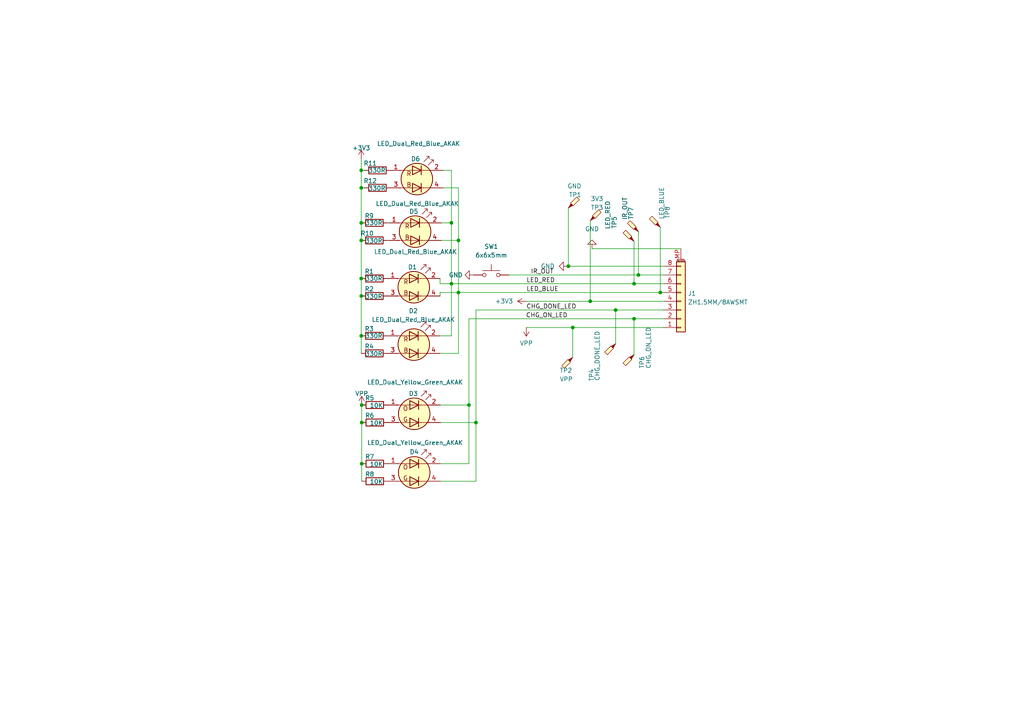
<source format=kicad_sch>
(kicad_sch (version 20230121) (generator eeschema)
  (paper "A4")
  (title_block (title "ECS-01-Switch") (date "2022-09-13") (rev "V0.1") (company "Timye"))
  (lib_symbols
    (symbol "Connector:TestPoint_Probe" (pin_numbers hide) (pin_names (offset 0.762) hide)
      (property "Reference" "TP" (at 1.651 5.842 0))
      (property "Value" "TestPoint_Probe" (at 1.651 4.064 0))
      (symbol "TestPoint_Probe_0_1"
        (polyline (pts (xy 1.27 0.762) (xy 0 0) (xy 0.762 1.27) (xy 1.27 0.762)) (fill (type outline)))
        (polyline (pts (xy 1.397 0.635) (xy 0.635 1.397) (xy 2.413 3.175) (xy 3.175 2.413) (xy 1.397 0.635)) (fill (type background)))
      )
      (symbol "TestPoint_Probe_1_1"
        (pin passive line (at 0 0 90) (length 0) (name "1") (number "1"))
      )
    )
    (symbol "Connector_Generic_MountingPin:Conn_01x08_MountingPin" (pin_names (offset 1.016) hide)
      (property "Reference" "J" (at 0 10.16 0))
      (property "Value" "Conn_01x08_MountingPin" (at 1.27 -12.7 0))
      (symbol "Conn_01x08_MountingPin_1_1"
        (rectangle (start -1.27 -10.033) (end 0 -10.287) (stroke (width 0.1524)))
        (rectangle (start -1.27 -7.493) (end 0 -7.747) (stroke (width 0.1524)))
        (rectangle (start -1.27 -4.953) (end 0 -5.207) (stroke (width 0.1524)))
        (rectangle (start -1.27 -2.413) (end 0 -2.667) (stroke (width 0.1524)))
        (rectangle (start -1.27 0.127) (end 0 -0.127) (stroke (width 0.1524)))
        (rectangle (start -1.27 2.667) (end 0 2.413) (stroke (width 0.1524)))
        (rectangle (start -1.27 5.207) (end 0 4.953) (stroke (width 0.1524)))
        (rectangle (start -1.27 7.747) (end 0 7.493) (stroke (width 0.1524)))
        (rectangle (start -1.27 8.89) (end 1.27 -11.43) (stroke (width 0.254)) (fill (type background)))
        (polyline (pts (xy -1.016 -12.192) (xy 1.016 -12.192)) (stroke (width 0.1524)))
        (text "Mounting" (at 0 -11.811 0) (effects (font (size 0.381 0.381))))
        (pin passive line (at -5.08 7.62 0) (length 3.81) (name "Pin_1") (number "1"))
        (pin passive line (at -5.08 5.08 0) (length 3.81) (name "Pin_2") (number "2"))
        (pin passive line (at -5.08 2.54 0) (length 3.81) (name "Pin_3") (number "3"))
        (pin passive line (at -5.08 0 0) (length 3.81) (name "Pin_4") (number "4"))
        (pin passive line (at -5.08 -2.54 0) (length 3.81) (name "Pin_5") (number "5"))
        (pin passive line (at -5.08 -5.08 0) (length 3.81) (name "Pin_6") (number "6"))
        (pin passive line (at -5.08 -7.62 0) (length 3.81) (name "Pin_7") (number "7"))
        (pin passive line (at -5.08 -10.16 0) (length 3.81) (name "Pin_8") (number "8"))
        (pin passive line (at 0 -15.24 90) (length 3.048) (name "MountPin") (number "MP"))
      )
    )
    (symbol "Device:R" (pin_numbers hide) (pin_names (offset 0))
      (property "Reference" "R" (at 2.032 0 90))
      (property "Value" "R" (at 0 0 90))
      (symbol "R_0_1"
        (rectangle (start -1.016 -2.54) (end 1.016 2.54) (stroke (width 0.254)))
      )
      (symbol "R_1_1"
        (pin passive line (at 0 3.81 270) (length 1.27) (name "~") (number "1"))
        (pin passive line (at 0 -3.81 90) (length 1.27) (name "~") (number "2"))
      )
    )
    (symbol "Ovo_Device:LED_Dual_Orange_Green_AKAK" (pin_names (offset 0) hide)
      (property "Reference" "D3" (at -13.97 -6.35 0))
      (property "Value" "LED_Dual_Orange_Green_AKAK" (at 0 -6.35 0))
      (symbol "LED_Dual_Orange_Green_AKAK_0_0"
        (text "G" (at -2.54 -1.651 0) (effects (font (size 1.27 1.27))))
        (text "O" (at -2.54 1.524 0) (effects (font (size 1.27 1.27))))
      )
      (symbol "LED_Dual_Orange_Green_AKAK_0_1"
        (polyline (pts (xy -5.08 -2.54) (xy 2.032 -2.54)))
        (polyline (pts (xy -5.08 2.54) (xy 2.032 2.54)))
        (polyline (pts (xy 1.27 -1.27) (xy 1.27 -3.81)) (stroke (width 0.254)))
        (polyline (pts (xy 1.27 3.81) (xy 1.27 1.27)) (stroke (width 0.254)))
        (polyline (pts (xy 3.81 -2.54) (xy 1.905 -2.54)))
        (polyline (pts (xy 3.81 2.54) (xy 1.905 2.54)))
        (polyline (pts (xy -1.27 -1.27) (xy -1.27 -3.81) (xy 1.27 -2.54) (xy -1.27 -1.27)) (stroke (width 0.254)))
        (polyline (pts (xy -1.27 3.81) (xy -1.27 1.27) (xy 1.27 2.54) (xy -1.27 3.81)) (stroke (width 0.254)))
        (polyline (pts (xy 2.032 5.08) (xy 3.556 6.604) (xy 2.794 6.604) (xy 3.556 6.604) (xy 3.556 5.842)))
        (polyline (pts (xy 3.302 4.064) (xy 4.826 5.588) (xy 4.064 5.588) (xy 4.826 5.588) (xy 4.826 4.826)))
        (circle (center 0 0) (radius 4.572) (stroke (width 0.254)) (fill (type background)))
      )
      (symbol "LED_Dual_Orange_Green_AKAK_1_1"
        (pin input line (at -7.62 2.54 0) (length 3.048) (name "A1") (number "1"))
        (pin input line (at 7.62 2.54 180) (length 3.81) (name "K1") (number "2"))
        (pin input line (at -7.62 -2.54 0) (length 3.048) (name "A2") (number "3"))
        (pin input line (at 7.62 -2.54 180) (length 3.81) (name "K2") (number "4"))
      )
    )
    (symbol "Ovo_Device:LED_Dual_Red_Blue_AKAK" (pin_names (offset 0) hide)
      (property "Reference" "D2" (at -11.43 -5.08 0))
      (property "Value" "LED_Dual_Red_Blue_AKAK" (at 0 -5.08 0))
      (symbol "LED_Dual_Red_Blue_AKAK_0_0"
        (text "B" (at -2.286 -1.651 0) (effects (font (size 1.27 1.27))))
        (text "R" (at -2.286 1.524 0) (effects (font (size 1.27 1.27))))
      )
      (symbol "LED_Dual_Red_Blue_AKAK_0_1"
        (polyline (pts (xy -5.08 -2.54) (xy 2.032 -2.54)))
        (polyline (pts (xy -5.08 2.54) (xy 2.032 2.54)))
        (polyline (pts (xy 1.27 -1.27) (xy 1.27 -3.81)) (stroke (width 0.254)))
        (polyline (pts (xy 1.27 3.81) (xy 1.27 1.27)) (stroke (width 0.254)))
        (polyline (pts (xy 3.81 -2.54) (xy 1.905 -2.54)))
        (polyline (pts (xy 3.81 2.54) (xy 1.905 2.54)))
        (polyline (pts (xy -1.27 -1.27) (xy -1.27 -3.81) (xy 1.27 -2.54) (xy -1.27 -1.27)) (stroke (width 0.254)))
        (polyline (pts (xy -1.27 3.81) (xy -1.27 1.27) (xy 1.27 2.54) (xy -1.27 3.81)) (stroke (width 0.254)))
        (polyline (pts (xy 2.032 5.08) (xy 3.556 6.604) (xy 2.794 6.604) (xy 3.556 6.604) (xy 3.556 5.842)))
        (polyline (pts (xy 3.302 4.064) (xy 4.826 5.588) (xy 4.064 5.588) (xy 4.826 5.588) (xy 4.826 4.826)))
        (circle (center 0 0) (radius 4.572) (stroke (width 0.254)) (fill (type background)))
      )
      (symbol "LED_Dual_Red_Blue_AKAK_1_1"
        (pin input line (at -7.62 2.54 0) (length 3.048) (name "A1") (number "1"))
        (pin input line (at 7.62 2.54 180) (length 3.81) (name "K1") (number "2"))
        (pin input line (at -7.62 -2.54 0) (length 3.048) (name "A2") (number "3"))
        (pin input line (at 7.62 -2.54 180) (length 3.81) (name "K2") (number "4"))
      )
    )
    (symbol "Switch:SW_Push" (pin_numbers hide) (pin_names (offset 1.016) hide)
      (property "Reference" "SW" (at 1.27 2.54 0))
      (property "Value" "SW_Push" (at 0 -1.524 0))
      (symbol "SW_Push_0_1"
        (circle (center -2.032 0) (radius 0.508))
        (polyline (pts (xy 0 1.27) (xy 0 3.048)))
        (polyline (pts (xy 2.54 1.27) (xy -2.54 1.27)))
        (circle (center 2.032 0) (radius 0.508))
        (pin passive line (at -5.08 0 0) (length 2.54) (name "1") (number "1"))
        (pin passive line (at 5.08 0 180) (length 2.54) (name "2") (number "2"))
      )
    )
    (symbol "power:+3V3" (power) (pin_names (offset 0))
      (property "Value" "+3V3" (at 0 3.556 0))
      (symbol "+3V3_0_1"
        (polyline (pts (xy -0.762 1.27) (xy 0 2.54)))
        (polyline (pts (xy 0 0) (xy 0 2.54)))
        (polyline (pts (xy 0 2.54) (xy 0.762 1.27)))
      )
      (symbol "+3V3_1_1"
        (pin power_in line (at 0 0 90) (length 0) hide (name "+3V3") (number "1"))
      )
    )
    (symbol "power:GND" (power) (pin_names (offset 0))
      (property "Value" "GND" (at 0 -3.81 0))
      (symbol "GND_0_1"
        (polyline (pts (xy 0 0) (xy 0 -1.27) (xy 1.27 -1.27) (xy 0 -2.54) (xy -1.27 -1.27) (xy 0 -1.27)))
      )
      (symbol "GND_1_1"
        (pin power_in line (at 0 0 270) (length 0) hide (name "GND") (number "1"))
      )
    )
    (symbol "power:VPP" (power) (pin_names (offset 0))
      (property "Value" "VPP" (at 0 3.81 0))
      (symbol "VPP_0_1"
        (polyline (pts (xy -0.762 1.27) (xy 0 2.54)))
        (polyline (pts (xy 0 0) (xy 0 2.54)))
        (polyline (pts (xy 0 2.54) (xy 0.762 1.27)))
      )
      (symbol "VPP_1_1"
        (pin power_in line (at 0 0 90) (length 0) hide (name "VPP") (number "1"))
      )
    )
  )
  (junction (at 171.196 87.376))
  (junction (at 104.775 54.483))
  (junction (at 183.896 82.296))
  (junction (at 104.775 64.643))
  (junction (at 104.775 69.723))
  (junction (at 132.969 69.723))
  (junction (at 191.516 84.836))
  (junction (at 130.937 82.296))
  (junction (at 130.937 64.643))
  (junction (at 164.846 77.216))
  (junction (at 185.166 79.756))
  (junction (at 104.775 97.409))
  (junction (at 104.775 85.852))
  (junction (at 132.969 84.836))
  (junction (at 104.775 49.403))
  (junction (at 104.902 134.493))
  (junction (at 104.775 80.772))
  (junction (at 183.896 92.456))
  (junction (at 178.562 89.916))
  (junction (at 166.116 94.996))
  (junction (at 104.902 122.555))
  (junction (at 104.902 117.475))
  (junction (at 136.017 117.475))
  (junction (at 138.049 122.555))
  (wire (pts (xy 104.775 69.723) (xy 104.775 80.772)))
  (wire (pts (xy 130.937 64.643) (xy 130.937 49.403)))
  (wire (pts (xy 128.016 69.723) (xy 132.969 69.723)))
  (wire (pts (xy 127.635 97.409) (xy 130.937 97.409)))
  (wire (pts (xy 171.196 64.008) (xy 171.196 87.376)))
  (wire (pts (xy 104.902 134.493) (xy 104.902 139.573)))
  (wire (pts (xy 132.969 54.483) (xy 128.524 54.483)))
  (wire (pts (xy 183.896 102.87) (xy 183.896 92.456)))
  (wire (pts (xy 127.635 82.296) (xy 130.937 82.296)))
  (wire (pts (xy 104.775 49.403) (xy 104.775 54.483)))
  (wire (pts (xy 127.762 134.493) (xy 136.017 134.493)))
  (wire (pts (xy 130.937 64.643) (xy 130.937 82.296)))
  (wire (pts (xy 136.017 117.475) (xy 136.017 134.493)))
  (wire (pts (xy 166.116 103.632) (xy 166.116 94.996)))
  (wire (pts (xy 127.635 80.772) (xy 127.635 82.296)))
  (wire (pts (xy 136.017 92.456) (xy 136.017 117.475)))
  (wire (pts (xy 164.846 77.216) (xy 164.719 77.216)))
  (wire (pts (xy 104.775 46.101) (xy 104.775 49.403)))
  (wire (pts (xy 104.775 49.403) (xy 105.664 49.403)))
  (wire (pts (xy 132.969 102.489) (xy 127.635 102.489)))
  (wire (pts (xy 192.405 77.216) (xy 164.846 77.216)))
  (wire (pts (xy 152.654 94.996) (xy 166.116 94.996)))
  (wire (pts (xy 138.049 122.555) (xy 138.049 139.573)))
  (wire (pts (xy 104.902 122.555) (xy 104.902 134.493)))
  (wire (pts (xy 191.516 65.913) (xy 191.516 84.836)))
  (wire (pts (xy 132.969 69.723) (xy 132.969 54.483)))
  (wire (pts (xy 132.969 84.836) (xy 132.969 102.489)))
  (wire (pts (xy 171.196 87.376) (xy 192.405 87.376)))
  (wire (pts (xy 183.896 82.296) (xy 192.405 82.296)))
  (wire (pts (xy 197.485 72.136) (xy 171.704 72.136)))
  (wire (pts (xy 152.654 87.376) (xy 171.196 87.376)))
  (wire (pts (xy 166.116 94.996) (xy 192.405 94.996)))
  (wire (pts (xy 104.775 54.483) (xy 104.775 64.643)))
  (wire (pts (xy 130.937 82.296) (xy 130.937 97.409)))
  (wire (pts (xy 112.395 69.723) (xy 112.776 69.723)))
  (wire (pts (xy 138.049 89.916) (xy 178.562 89.916)))
  (wire (pts (xy 136.017 92.456) (xy 183.896 92.456)))
  (wire (pts (xy 132.969 84.836) (xy 127.635 84.836)))
  (wire (pts (xy 104.902 117.475) (xy 104.902 122.555)))
  (wire (pts (xy 192.405 84.836) (xy 191.516 84.836)))
  (wire (pts (xy 185.166 67.183) (xy 185.166 79.756)))
  (wire (pts (xy 164.846 60.325) (xy 164.846 77.216)))
  (wire (pts (xy 183.896 92.456) (xy 192.405 92.456)))
  (wire (pts (xy 104.775 80.772) (xy 104.775 85.852)))
  (wire (pts (xy 104.775 64.643) (xy 104.775 69.723)))
  (wire (pts (xy 138.049 139.573) (xy 127.762 139.573)))
  (wire (pts (xy 185.166 79.756) (xy 192.405 79.756)))
  (wire (pts (xy 130.937 82.296) (xy 183.896 82.296)))
  (wire (pts (xy 104.775 97.409) (xy 104.775 102.489)))
  (wire (pts (xy 112.395 64.643) (xy 112.776 64.643)))
  (wire (pts (xy 178.562 99.695) (xy 178.562 89.916)))
  (wire (pts (xy 104.775 85.852) (xy 104.775 97.409)))
  (wire (pts (xy 138.049 122.555) (xy 127.762 122.555)))
  (wire (pts (xy 104.775 54.483) (xy 105.664 54.483)))
  (wire (pts (xy 138.049 89.916) (xy 138.049 122.555)))
  (wire (pts (xy 178.562 89.916) (xy 192.405 89.916)))
  (wire (pts (xy 127.635 84.836) (xy 127.635 85.852)))
  (wire (pts (xy 127.762 117.475) (xy 136.017 117.475)))
  (wire (pts (xy 130.937 49.403) (xy 128.524 49.403)))
  (wire (pts (xy 132.969 84.836) (xy 132.969 69.723)))
  (wire (pts (xy 191.516 84.836) (xy 132.969 84.836)))
  (wire (pts (xy 128.016 64.643) (xy 130.937 64.643)))
  (wire (pts (xy 147.574 79.756) (xy 185.166 79.756)))
  (wire (pts (xy 183.896 69.977) (xy 183.896 82.296)))
  (label "CHG_DONE_LED" (at 152.654 89.916 0))
  (label "IR_OUT" (at 153.924 79.756 0))
  (label "LED_RED" (at 152.654 82.296 0))
  (label "CHG_ON_LED" (at 152.527 92.456 0))
  (label "LED_BLUE" (at 152.654 84.836 0))
  (symbol (lib_id "power:GND") (at 171.704 72.136 180) (unit 1)
    (property "Reference" "#PWR07" (effects hide))
    (property "Value" "GND" (at 171.704 66.421 0))
  )
  (symbol (lib_id "Ovo_Device:LED_Dual_Orange_Green_AKAK") (at 120.142 120.015 0) (unit 1)
    (property "Reference" "D3" (at 119.888 114.173 0))
    (property "Value" "LED_Dual_Yellow_Green_AKAK" (at 120.396 110.871 0))
    (property "Footprint" "Ovo_LED_SMD:LED_Dual_1.6x1.5mm" (effects hide))
  )
  (symbol (lib_id "Connector:TestPoint_Probe") (at 191.516 65.913 90) (unit 1)
    (property "Reference" "TP8" (at 193.548 61.595 0))
    (property "Value" "LED_BLUE" (at 191.897 58.928 0))
    (property "Footprint" "TestPoint:TestPoint_Pad_D1.0mm" (effects hide))
  )
  (symbol (lib_id "Device:R") (at 108.585 64.643 270) (unit 1)
    (property "Reference" "R9" (at 108.458 62.611 90) (effects (justify right)))
    (property "Value" "330R" (at 110.998 64.643 90) (effects (justify right)))
    (property "Footprint" "Resistor_SMD:R_0603_1608Metric" (effects hide))
  )
  (symbol (lib_id "Ovo_Device:LED_Dual_Red_Blue_AKAK") (at 120.015 83.312 0) (unit 1)
    (property "Reference" "D1" (at 119.634 77.47 0))
    (property "Value" "LED_Dual_Red_Blue_AKAK" (at 120.523 73.025 0))
    (property "Footprint" "Ovo_LED_SMD:LED_Dual_1.6x1.5mm" (effects hide))
  )
  (symbol (lib_id "Connector:TestPoint_Probe") (at 166.116 103.632 180) (unit 1)
    (property "Reference" "TP2" (at 162.306 107.442 0) (effects (justify right)))
    (property "Value" "VPP" (at 162.306 109.982 0) (effects (justify right)))
    (property "Footprint" "TestPoint:TestPoint_Pad_D1.0mm" (effects hide))
  )
  (symbol (lib_id "Connector_Generic_MountingPin:Conn_01x08_MountingPin") (at 197.485 87.376 0) (mirror x) (unit 1)
    (property "Reference" "J1" (at 199.517 85.1154 0) (effects (justify left)))
    (property "Value" "ZH1.5MM/8AWSMT" (at 199.517 87.6554 0) (effects (justify left)))
    (property "Footprint" "Ovo_Connector_JST:JST_ZH_S8B-ZR-SM4-TF_1x08-1MP_P1.50mm_Horizontal" (effects hide))
  )
  (symbol (lib_id "Device:R") (at 108.712 122.555 270) (unit 1)
    (property "Reference" "R6" (at 108.585 120.523 90) (effects (justify right)))
    (property "Value" "10K" (at 111.125 122.682 90) (effects (justify right)))
    (property "Footprint" "Resistor_SMD:R_0603_1608Metric" (effects hide))
  )
  (symbol (lib_id "Device:R") (at 108.712 117.475 270) (unit 1)
    (property "Reference" "R5" (at 108.585 115.443 90) (effects (justify right)))
    (property "Value" "10K" (at 111.125 117.602 90) (effects (justify right)))
    (property "Footprint" "Resistor_SMD:R_0603_1608Metric" (effects hide))
  )
  (symbol (lib_id "Connector:TestPoint_Probe") (at 164.846 60.325 0) (unit 1)
    (property "Reference" "TP1" (at 168.656 56.515 0) (effects (justify right)))
    (property "Value" "GND" (at 168.656 53.975 0) (effects (justify right)))
    (property "Footprint" "TestPoint:TestPoint_Pad_D1.0mm" (effects hide))
  )
  (symbol (lib_id "Device:R") (at 109.474 54.483 270) (unit 1)
    (property "Reference" "R12" (at 109.347 52.451 90) (effects (justify right)))
    (property "Value" "330R" (at 111.887 54.61 90) (effects (justify right)))
    (property "Footprint" "Resistor_SMD:R_0603_1608Metric" (effects hide))
  )
  (symbol (lib_id "Device:R") (at 109.474 49.403 270) (unit 1)
    (property "Reference" "R11" (at 109.347 47.371 90) (effects (justify right)))
    (property "Value" "330R" (at 111.887 49.403 90) (effects (justify right)))
    (property "Footprint" "Resistor_SMD:R_0603_1608Metric" (effects hide))
  )
  (symbol (lib_id "power:+3V3") (at 152.654 87.376 90) (unit 1)
    (property "Reference" "#PWR04" (effects hide))
    (property "Value" "+3V3" (at 148.844 87.3759 90) (effects (justify left)))
  )
  (symbol (lib_id "Device:R") (at 108.712 139.573 270) (unit 1)
    (property "Reference" "R8" (at 108.585 137.541 90) (effects (justify right)))
    (property "Value" "10K" (at 111.125 139.7 90) (effects (justify right)))
    (property "Footprint" "Resistor_SMD:R_0603_1608Metric" (effects hide))
  )
  (symbol (lib_id "Connector:TestPoint_Probe") (at 171.196 64.008 0) (unit 1)
    (property "Reference" "TP3" (at 175.006 60.198 0) (effects (justify right)))
    (property "Value" "3V3" (at 175.006 57.658 0) (effects (justify right)))
    (property "Footprint" "TestPoint:TestPoint_Pad_D1.0mm" (effects hide))
  )
  (symbol (lib_id "power:+3V3") (at 104.775 46.101 0) (unit 1)
    (property "Reference" "#PWR01" (effects hide))
    (property "Value" "+3V3" (at 104.775 42.926 0))
  )
  (symbol (lib_id "Ovo_Device:LED_Dual_Orange_Green_AKAK") (at 120.142 137.033 0) (unit 1)
    (property "Reference" "D4" (at 120.142 131.064 0))
    (property "Value" "LED_Dual_Yellow_Green_AKAK" (at 120.396 128.397 0))
    (property "Footprint" "Ovo_LED_SMD:LED_Dual_1.6x1.5mm" (effects hide))
  )
  (symbol (lib_id "Ovo_Device:LED_Dual_Red_Blue_AKAK") (at 120.904 51.943 0) (unit 1)
    (property "Reference" "D6" (at 120.523 46.101 0))
    (property "Value" "LED_Dual_Red_Blue_AKAK" (at 121.412 41.656 0))
    (property "Footprint" "Ovo_LED_SMD:LED_Dual_1.6x1.5mm" (effects hide))
  )
  (symbol (lib_id "Device:R") (at 108.712 134.493 270) (unit 1)
    (property "Reference" "R7" (at 108.585 132.461 90) (effects (justify right)))
    (property "Value" "10K" (at 111.125 134.62 90) (effects (justify right)))
    (property "Footprint" "Resistor_SMD:R_0603_1608Metric" (effects hide))
  )
  (symbol (lib_id "power:GND") (at 164.719 77.216 270) (unit 1)
    (property "Reference" "#PWR06" (effects hide))
    (property "Value" "GND" (at 160.909 77.2159 90) (effects (justify right)))
  )
  (symbol (lib_id "Connector:TestPoint_Probe") (at 185.166 67.183 90) (unit 1)
    (property "Reference" "TP7" (at 183.007 61.849 0))
    (property "Value" "IR_OUT" (at 181.229 60.452 0))
    (property "Footprint" "TestPoint:TestPoint_Pad_D1.0mm" (effects hide))
  )
  (symbol (lib_id "Device:R") (at 108.585 80.772 270) (unit 1)
    (property "Reference" "R1" (at 108.458 78.74 90) (effects (justify right)))
    (property "Value" "330R" (at 110.998 80.772 90) (effects (justify right)))
    (property "Footprint" "Resistor_SMD:R_0603_1608Metric" (effects hide))
  )
  (symbol (lib_id "Ovo_Device:LED_Dual_Red_Blue_AKAK") (at 120.015 99.949 0) (unit 1)
    (property "Reference" "D2" (at 119.888 90.17 0))
    (property "Value" "LED_Dual_Red_Blue_AKAK" (at 119.888 92.71 0))
    (property "Footprint" "Ovo_LED_SMD:LED_Dual_1.6x1.5mm" (effects hide))
  )
  (symbol (lib_id "Device:R") (at 108.585 97.409 270) (unit 1)
    (property "Reference" "R3" (at 108.458 95.377 90) (effects (justify right)))
    (property "Value" "330R" (at 110.998 97.409 90) (effects (justify right)))
    (property "Footprint" "Resistor_SMD:R_0603_1608Metric" (effects hide))
  )
  (symbol (lib_id "power:VPP") (at 152.654 94.996 180) (unit 1)
    (property "Reference" "#PWR05" (effects hide))
    (property "Value" "VPP" (at 152.654 99.568 0))
  )
  (symbol (lib_id "Connector:TestPoint_Probe") (at 183.896 102.87 180) (unit 1)
    (property "Reference" "TP6" (at 186.182 106.934 90) (effects (justify right)))
    (property "Value" "CHG_ON_LED" (at 188.087 106.934 90) (effects (justify right)))
    (property "Footprint" "TestPoint:TestPoint_Pad_D1.0mm" (effects hide))
  )
  (symbol (lib_id "Connector:TestPoint_Probe") (at 178.562 99.695 180) (unit 1)
    (property "Reference" "TP4" (at 171.577 110.617 90) (effects (justify right)))
    (property "Value" "CHG_DONE_LED" (at 173.228 110.49 90) (effects (justify right)))
    (property "Footprint" "TestPoint:TestPoint_Pad_D1.0mm" (effects hide))
  )
  (symbol (lib_id "Switch:SW_Push") (at 142.494 79.756 0) (unit 1)
    (property "Reference" "SW1" (at 142.494 71.501 0))
    (property "Value" "6x6x5mm" (at 142.494 74.041 0))
    (property "Footprint" "Ovo_Button_Switch_SMD:SW_Push_1P1T_NO_6x6mm_H5.0mm" (effects hide))
  )
  (symbol (lib_id "power:VPP") (at 104.902 117.475 0) (unit 1)
    (property "Reference" "#PWR02" (effects hide))
    (property "Value" "VPP" (at 104.902 114.173 0))
  )
  (symbol (lib_id "Connector:TestPoint_Probe") (at 183.896 69.977 90) (unit 1)
    (property "Reference" "TP5" (at 178.181 64.516 0))
    (property "Value" "LED_RED" (at 176.276 62.357 0))
    (property "Footprint" "TestPoint:TestPoint_Pad_D1.0mm" (effects hide))
  )
  (symbol (lib_id "Device:R") (at 108.585 69.723 270) (unit 1)
    (property "Reference" "R10" (at 108.458 67.691 90) (effects (justify right)))
    (property "Value" "330R" (at 110.998 69.85 90) (effects (justify right)))
    (property "Footprint" "Resistor_SMD:R_0603_1608Metric" (effects hide))
  )
  (symbol (lib_id "Ovo_Device:LED_Dual_Red_Blue_AKAK") (at 120.396 67.183 0) (unit 1)
    (property "Reference" "D5" (at 120.015 61.341 0))
    (property "Value" "LED_Dual_Red_Blue_AKAK" (at 121.031 59.055 0))
    (property "Footprint" "Ovo_LED_SMD:LED_Dual_1.6x1.5mm" (effects hide))
  )
  (symbol (lib_id "power:GND") (at 137.414 79.756 270) (unit 1)
    (property "Reference" "#PWR03" (effects hide))
    (property "Value" "GND" (at 134.239 79.7559 90) (effects (justify right)))
  )
  (symbol (lib_id "Device:R") (at 108.585 102.489 270) (unit 1)
    (property "Reference" "R4" (at 108.458 100.457 90) (effects (justify right)))
    (property "Value" "330R" (at 110.998 102.616 90) (effects (justify right)))
    (property "Footprint" "Resistor_SMD:R_0603_1608Metric" (effects hide))
  )
  (symbol (lib_id "Device:R") (at 108.585 85.852 270) (unit 1)
    (property "Reference" "R2" (at 108.458 83.82 90) (effects (justify right)))
    (property "Value" "330R" (at 110.998 85.979 90) (effects (justify right)))
    (property "Footprint" "Resistor_SMD:R_0603_1608Metric" (effects hide))
  )
)
</source>
